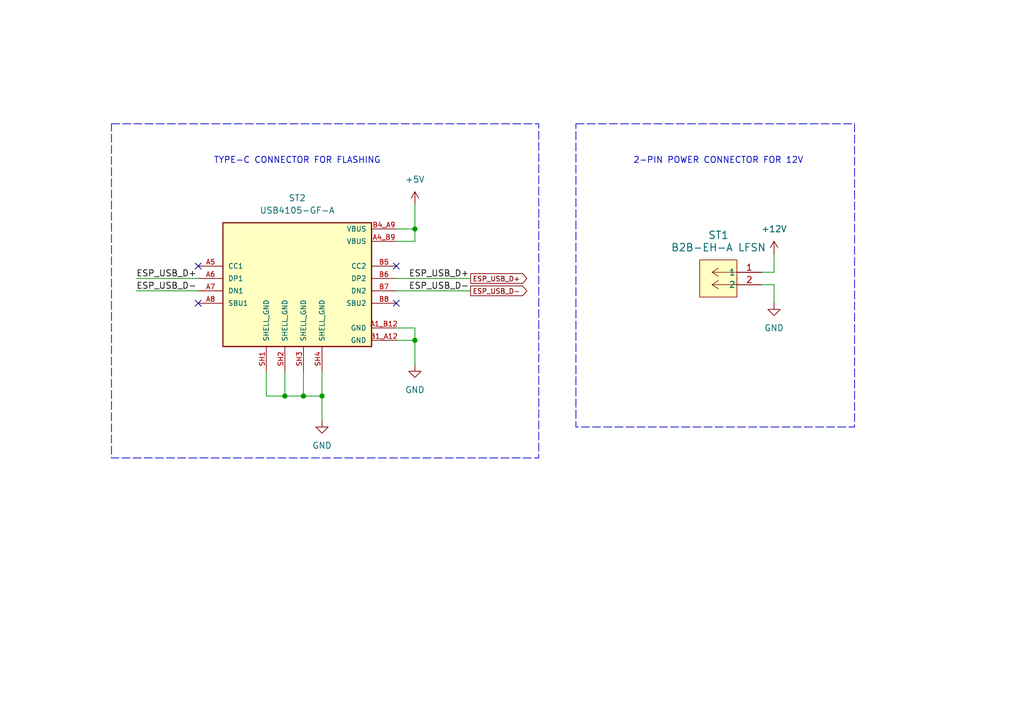
<source format=kicad_sch>
(kicad_sch (version 20250114) (generator "eeschema") (generator_version "9.0")
  (paper "A5")
  (lib_symbols
    (symbol "JST_B2B-EH-A-LF-SN:B2B-EH-A_LFSN" (pin_names (offset 0.254))
      (property "Reference" "ST" (at 15.24 0 0))
      (property "Value" "B2B-EH-A LFSN" (at 23.114 -3.302 0))
      (symbol "B2B-EH-A_LFSN_1_1"
        (rectangle (start 5.08 2.54) (end 12.7 -5.08) (fill (type background)))
        (polyline (pts (xy 10.16 0) (xy 5.08 0)) (stroke (width 0.127)))
        (polyline (pts (xy 10.16 0) (xy 8.89 0.8467)) (stroke (width 0.127)))
        (polyline (pts (xy 10.16 0) (xy 8.89 -0.8467)) (stroke (width 0.127)))
        (polyline (pts (xy 10.16 -2.54) (xy 5.08 -2.54)) (stroke (width 0.127)))
        (polyline (pts (xy 10.16 -2.54) (xy 8.89 -1.6933)) (stroke (width 0.127)))
        (polyline (pts (xy 10.16 -2.54) (xy 8.89 -3.3867)) (stroke (width 0.127)))
        (pin power_in line (at 0 0 0) (length 5.08) (name "1") (number "1"))
        (pin power_in line (at 0 -2.54 0) (length 5.08) (name "2") (number "2"))
      )
      (symbol "B2B-EH-A_LFSN_1_2"
        (polyline (pts (xy 5.08 2.54) (xy 5.08 -5.08)) (stroke (width 0.127)))
        (polyline (pts (xy 5.08 -5.08) (xy 12.7 -5.08)) (stroke (width 0.127)))
        (polyline (pts (xy 7.62 0) (xy 5.08 0)) (stroke (width 0.127)))
        (polyline (pts (xy 7.62 0) (xy 8.89 0.8467)) (stroke (width 0.127)))
        (polyline (pts (xy 7.62 0) (xy 8.89 -0.8467)) (stroke (width 0.127)))
        (polyline (pts (xy 7.62 -2.54) (xy 5.08 -2.54)) (stroke (width 0.127)))
        (polyline (pts (xy 7.62 -2.54) (xy 8.89 -1.6933)) (stroke (width 0.127)))
        (polyline (pts (xy 7.62 -2.54) (xy 8.89 -3.3867)) (stroke (width 0.127)))
        (polyline (pts (xy 12.7 2.54) (xy 5.08 2.54)) (stroke (width 0.127)))
        (polyline (pts (xy 12.7 -5.08) (xy 12.7 2.54)) (stroke (width 0.127)))
        (pin unspecified line (at 0 0 0) (length 5.08) (name "1") (number "1"))
        (pin unspecified line (at 0 -2.54 0) (length 5.08) (name "2") (number "2"))
      )
    )
    (symbol "TYPE-C-USB4105-GF-A:USB4105-GF-A" (pin_names (offset 1.016))
      (property "Reference" "ST" (at -15.24 13.97 0))
      (property "Value" "USB4105-GF-A" (at 0 13.97 0))
      (symbol "USB4105-GF-A_0_0"
        (rectangle (start -15.24 -12.7) (end 15.24 12.7) (stroke (width 0.254)) (fill (type background)))
        (pin bidirectional line (at -20.32 3.81 0) (length 5.08) (name "CC1") (number "A5"))
        (pin bidirectional line (at -20.32 1.27 0) (length 5.08) (name "DP1") (number "A6"))
        (pin bidirectional line (at -20.32 -1.27 0) (length 5.08) (name "DN1") (number "A7"))
        (pin bidirectional line (at -20.32 -3.81 0) (length 5.08) (name "SBU1") (number "A8"))
        (pin power_in line (at -6.35 -17.78 90) (length 5.08) (name "SHELL_GND") (number "SH1"))
        (pin power_in line (at -2.54 -17.78 90) (length 5.08) (name "SHELL_GND") (number "SH2"))
        (pin power_in line (at 1.27 -17.78 90) (length 5.08) (name "SHELL_GND") (number "SH3"))
        (pin power_in line (at 5.08 -17.78 90) (length 5.08) (name "SHELL_GND") (number "SH4"))
        (pin power_in line (at 20.32 11.43 180) (length 5.08) (name "VBUS") (number "B4_A9"))
        (pin power_in line (at 20.32 8.89 180) (length 5.08) (name "VBUS") (number "A4_B9"))
        (pin bidirectional line (at 20.32 3.81 180) (length 5.08) (name "CC2") (number "B5"))
        (pin bidirectional line (at 20.32 1.27 180) (length 5.08) (name "DP2") (number "B6"))
        (pin bidirectional line (at 20.32 -1.27 180) (length 5.08) (name "DN2") (number "B7"))
        (pin bidirectional line (at 20.32 -3.81 180) (length 5.08) (name "SBU2") (number "B8"))
        (pin power_in line (at 20.32 -11.43 180) (length 5.08) (name "GND") (number "B1_A12"))
      )
      (symbol "USB4105-GF-A_1_0"
        (pin power_in line (at 20.32 -8.89 180) (length 5.08) (name "GND") (number "A1_B12"))
      )
    )
    (symbol "power:+12V" (power) (pin_numbers (hide yes)) (pin_names (offset 0) (hide yes))
      (property "Value" "+12V" (at 0 3.556 0))
      (symbol "+12V_0_1"
        (polyline (pts (xy -0.762 1.27) (xy 0 2.54)))
        (polyline (pts (xy 0 2.54) (xy 0.762 1.27)))
        (polyline (pts (xy 0 0) (xy 0 2.54)))
      )
      (symbol "+12V_1_1"
        (pin power_in line (at 0 0 90) (length 0) (name "~") (number "1"))
      )
    )
    (symbol "power:+5V" (power) (pin_numbers (hide yes)) (pin_names (offset 0) (hide yes))
      (property "Value" "+5V" (at 0 3.556 0))
      (symbol "+5V_0_1"
        (polyline (pts (xy -0.762 1.27) (xy 0 2.54)))
        (polyline (pts (xy 0 2.54) (xy 0.762 1.27)))
        (polyline (pts (xy 0 0) (xy 0 2.54)))
      )
      (symbol "+5V_1_1"
        (pin power_in line (at 0 0 90) (length 0) (name "~") (number "1"))
      )
    )
    (symbol "power:GND" (power) (pin_numbers (hide yes)) (pin_names (offset 0) (hide yes))
      (property "Value" "GND" (at 0 -3.81 0))
      (symbol "GND_0_1"
        (polyline (pts (xy 0 0) (xy 0 -1.27) (xy 1.27 -1.27) (xy 0 -2.54) (xy -1.27 -1.27) (xy 0 -1.27)))
      )
      (symbol "GND_1_1"
        (pin power_in line (at 0 0 270) (length 0) (name "~") (number "1"))
      )
    )
  )
  (rectangle (start 22.86 25.4) (end 110.49 93.98) (stroke (width 0) (type dash)))
  (rectangle (start 118.11 25.4) (end 175.26 87.63) (stroke (width 0) (type dash)))
  (text "2-PIN POWER CONNECTOR FOR 12V" (at 147.32 33.02 0) (effects (font (size 1.27 1.27))))
  (text "TYPE-C CONNECTOR FOR FLASHING" (at 60.96 33.02 0) (effects (font (size 1.27 1.27))))
  (junction (at 66.04 81.28))
  (junction (at 62.23 81.28))
  (junction (at 85.09 69.85))
  (junction (at 58.42 81.28))
  (junction (at 85.09 46.99))
  (no_connect (at 40.64 62.23))
  (no_connect (at 81.28 54.61))
  (no_connect (at 40.64 54.61))
  (no_connect (at 81.28 62.23))
  (wire (pts (xy 27.94 59.69) (xy 40.64 59.69)))
  (wire (pts (xy 54.61 81.28) (xy 58.42 81.28)))
  (wire (pts (xy 54.61 76.2) (xy 54.61 81.28)))
  (wire (pts (xy 158.75 62.23) (xy 158.75 58.42)))
  (wire (pts (xy 81.28 67.31) (xy 85.09 67.31)))
  (wire (pts (xy 81.28 57.15) (xy 96.52 57.15)))
  (wire (pts (xy 85.09 69.85) (xy 85.09 74.93)))
  (wire (pts (xy 81.28 69.85) (xy 85.09 69.85)))
  (wire (pts (xy 27.94 57.15) (xy 40.64 57.15)))
  (wire (pts (xy 66.04 76.2) (xy 66.04 81.28)))
  (wire (pts (xy 66.04 81.28) (xy 66.04 86.36)))
  (wire (pts (xy 81.28 59.69) (xy 96.52 59.69)))
  (wire (pts (xy 62.23 76.2) (xy 62.23 81.28)))
  (wire (pts (xy 158.75 58.42) (xy 156.21 58.42)))
  (wire (pts (xy 58.42 76.2) (xy 58.42 81.28)))
  (wire (pts (xy 85.09 67.31) (xy 85.09 69.85)))
  (wire (pts (xy 81.28 49.53) (xy 85.09 49.53)))
  (wire (pts (xy 62.23 81.28) (xy 66.04 81.28)))
  (wire (pts (xy 158.75 52.07) (xy 158.75 55.88)))
  (wire (pts (xy 81.28 46.99) (xy 85.09 46.99)))
  (wire (pts (xy 58.42 81.28) (xy 62.23 81.28)))
  (wire (pts (xy 85.09 46.99) (xy 85.09 41.91)))
  (wire (pts (xy 85.09 49.53) (xy 85.09 46.99)))
  (wire (pts (xy 158.75 55.88) (xy 156.21 55.88)))
  (label "ESP_USB_D-" (at 83.82 59.69 0))
  (label "ESP_USB_D-" (at 27.94 59.69 0))
  (label "ESP_USB_D+" (at 27.94 57.15 0))
  (label "ESP_USB_D+" (at 83.82 57.15 0))
  (global_label "ESP_USB_D+" (shape output) (at 96.52 57.15 0) (effects (font (size 1 1))) (property "Intersheetrefs" "${INTERSHEET_REFS}" (effects (hide yes))))
  (global_label "ESP_USB_D-" (shape output) (at 96.52 59.69 0) (effects (font (size 1 1))) (property "Intersheetrefs" "${INTERSHEET_REFS}" (effects (hide yes))))
  (symbol (lib_id "TYPE-C-USB4105-GF-A:USB4105-GF-A") (at 60.96 58.42 0) (unit 1)
    (property "Reference" "ST2" (at 60.96 40.64 0))
    (property "Value" "USB4105-GF-A" (at 60.96 43.18 0))
    (property "Footprint" "TYPE-C-USB4105-GF-A:GCT_USB4105-GF-A" (effects (hide yes)))
    (property "DigiKey_Part_Number" "2073-USB4105-GF-ATR-ND" (effects (hide yes)))
    (property "SnapEDA_Link" "https://www.snapeda.com/parts/USB4105GFA/Global+Connector+Technology/view-part/?ref=snap" (effects (hide yes)))
    (property "MAXIMUM_PACKAGE_HEIGHT" "3.31 mm" (effects (hide yes)))
    (property "Package" "None" (effects (hide yes)))
    (property "Check_prices" "https://www.snapeda.com/parts/USB4105GFA/Global+Connector+Technology/view-part/?ref=eda" (effects (hide yes)))
    (property "STANDARD" "Manufacturer Recommendations" (effects (hide yes)))
    (property "PARTREV" "B4" (effects (hide yes)))
    (property "MF" "Global Connector Technology" (effects (hide yes)))
    (property "MP" "USB4105GFA" (effects (hide yes)))
    (property "Description_1" "USB-C (USB TYPE-C) USB 2.0 Receptacle Connector 24 (16+8 Dummy) Position Surface Mount, Right Angle; Through Hole" (effects (hide yes)))
    (property "MANUFACTURER" "GCT" (effects (hide yes)))
  )
  (symbol (lib_id "power:GND") (at 158.75 62.23 0) (unit 1)
    (property "Reference" "#PWR03" (effects (hide yes)))
    (property "Value" "GND" (at 158.75 67.31 0))
    (property "Description" "Power symbol creates a global label with name \"GND\" , ground" (effects (hide yes)))
  )
  (symbol (lib_id "power:+12V") (at 158.75 52.07 0) (unit 1)
    (property "Reference" "#PWR02" (effects (hide yes)))
    (property "Value" "+12V" (at 158.75 46.99 0))
    (property "Description" "Power symbol creates a global label with name \"+12V\"" (effects (hide yes)))
  )
  (symbol (lib_id "power:GND") (at 66.04 86.36 0) (unit 1)
    (property "Reference" "#PWR05" (effects (hide yes)))
    (property "Value" "GND" (at 66.04 91.44 0))
    (property "Description" "Power symbol creates a global label with name \"GND\" , ground" (effects (hide yes)))
  )
  (symbol (lib_id "power:+5V") (at 85.09 41.91 0) (unit 1)
    (property "Reference" "#PWR01" (effects (hide yes)))
    (property "Value" "+5V" (at 85.09 36.83 0))
    (property "Description" "Power symbol creates a global label with name \"+5V\"" (effects (hide yes)))
  )
  (symbol (lib_id "power:GND") (at 85.09 74.93 0) (unit 1)
    (property "Reference" "#PWR04" (effects (hide yes)))
    (property "Value" "GND" (at 85.09 80.01 0))
    (property "Description" "Power symbol creates a global label with name \"GND\" , ground" (effects (hide yes)))
  )
  (symbol (lib_id "JST_B2B-EH-A-LF-SN:B2B-EH-A_LFSN") (at 156.21 55.88 0) (mirror y) (unit 1)
    (property "Reference" "ST1" (at 147.3517 48.26 0) (effects (font (size 1.524 1.524))))
    (property "Value" "B2B-EH-A LFSN" (at 147.3517 50.8 0) (effects (font (size 1.524 1.524))))
    (property "Footprint" "JST_B2B-EH-A-LF-SN:CONN_B2B-EH-A LFSN_JST" (effects (hide yes)))
    (property "Datasheet" "B2B-EH-A LFSN" (effects (hide yes)))
  )
)
</source>
